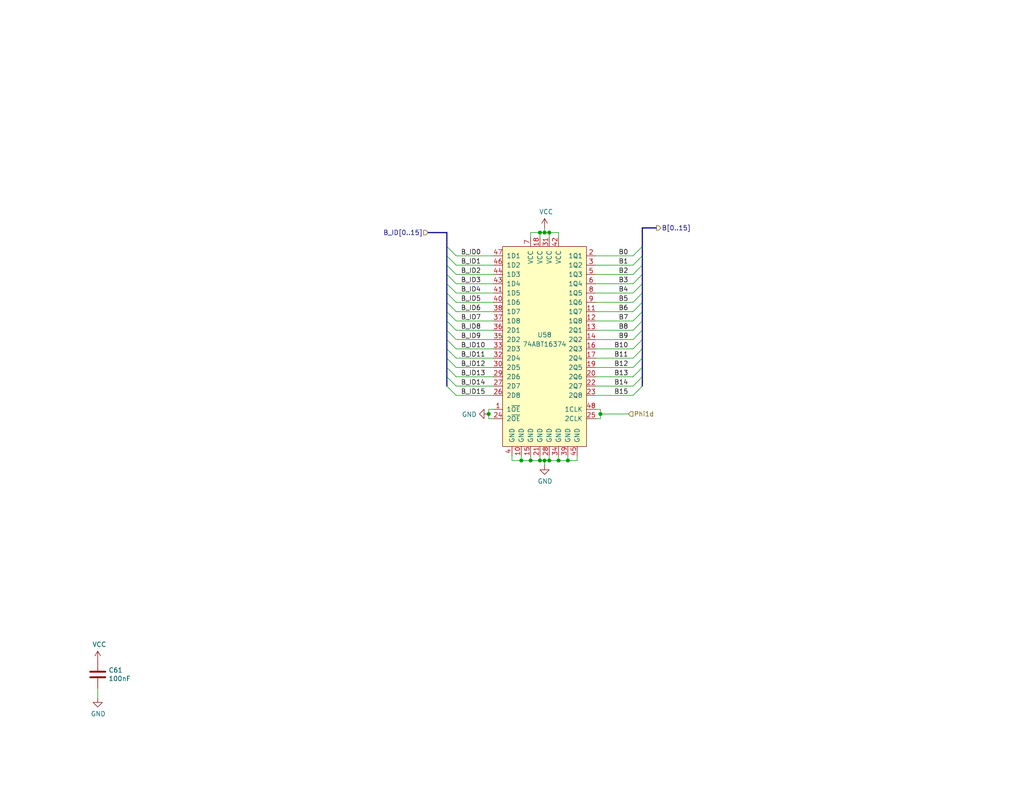
<source format=kicad_sch>
(kicad_sch (version 20230121) (generator eeschema)
  (paper "USLetter")
  (title_block (date "2022-09-25") (rev "C"))
  (lib_symbols
    (symbol "74xx (kicad5):74ABT16374" (pin_names (offset 1.016))
      (property "Reference" "U" (at 0 1.27 0))
      (property "Value" "74ABT16374" (at 0 -1.27 0))
      (symbol "74ABT16374_0_0"
        (pin input line (at -13.97 -20.32 0) (length 2.54) (name "1~{OE}") (number "1"))
        (pin power_in line (at -6.35 -33.02 90) (length 2.54) (name "GND") (number "10"))
        (pin tri_state line (at 13.97 6.35 180) (length 2.54) (name "1Q7") (number "11"))
        (pin tri_state line (at 13.97 3.81 180) (length 2.54) (name "1Q8") (number "12"))
        (pin tri_state line (at 13.97 1.27 180) (length 2.54) (name "2Q1") (number "13"))
        (pin tri_state line (at 13.97 -1.27 180) (length 2.54) (name "2Q2") (number "14"))
        (pin power_in line (at -3.81 -33.02 90) (length 2.54) (name "GND") (number "15"))
        (pin tri_state line (at 13.97 -3.81 180) (length 2.54) (name "2Q3") (number "16"))
        (pin tri_state line (at 13.97 -6.35 180) (length 2.54) (name "2Q4") (number "17"))
        (pin power_in line (at -1.27 26.67 270) (length 2.54) (name "VCC") (number "18"))
        (pin tri_state line (at 13.97 -8.89 180) (length 2.54) (name "2Q5") (number "19"))
        (pin tri_state line (at 13.97 21.59 180) (length 2.54) (name "1Q1") (number "2"))
        (pin tri_state line (at 13.97 -11.43 180) (length 2.54) (name "2Q6") (number "20"))
        (pin power_in line (at -1.27 -33.02 90) (length 2.54) (name "GND") (number "21"))
        (pin tri_state line (at 13.97 -13.97 180) (length 2.54) (name "2Q7") (number "22"))
        (pin tri_state line (at 13.97 -16.51 180) (length 2.54) (name "2Q8") (number "23"))
        (pin input line (at -13.97 -22.86 0) (length 2.54) (name "2~{OE}") (number "24"))
        (pin input line (at 13.97 -22.86 180) (length 2.54) (name "2CLK") (number "25"))
        (pin input line (at -13.97 -16.51 0) (length 2.54) (name "2D8") (number "26"))
        (pin input line (at -13.97 -13.97 0) (length 2.54) (name "2D7") (number "27"))
        (pin power_in line (at 1.27 -33.02 90) (length 2.54) (name "GND") (number "28"))
        (pin input line (at -13.97 -11.43 0) (length 2.54) (name "2D6") (number "29"))
        (pin tri_state line (at 13.97 19.05 180) (length 2.54) (name "1Q2") (number "3"))
        (pin input line (at -13.97 -8.89 0) (length 2.54) (name "2D5") (number "30"))
        (pin power_in line (at 1.27 26.67 270) (length 2.54) (name "VCC") (number "31"))
        (pin input line (at -13.97 -6.35 0) (length 2.54) (name "2D4") (number "32"))
        (pin input line (at -13.97 -3.81 0) (length 2.54) (name "2D3") (number "33"))
        (pin power_in line (at 3.81 -33.02 90) (length 2.54) (name "GND") (number "34"))
        (pin input line (at -13.97 -1.27 0) (length 2.54) (name "2D2") (number "35"))
        (pin input line (at -13.97 1.27 0) (length 2.54) (name "2D1") (number "36"))
        (pin input line (at -13.97 3.81 0) (length 2.54) (name "1D8") (number "37"))
        (pin input line (at -13.97 6.35 0) (length 2.54) (name "1D7") (number "38"))
        (pin power_in line (at 6.35 -33.02 90) (length 2.54) (name "GND") (number "39"))
        (pin power_in line (at -8.89 -33.02 90) (length 2.54) (name "GND") (number "4"))
        (pin input line (at -13.97 8.89 0) (length 2.54) (name "1D6") (number "40"))
        (pin input line (at -13.97 11.43 0) (length 2.54) (name "1D5") (number "41"))
        (pin power_in line (at 3.81 26.67 270) (length 2.54) (name "VCC") (number "42"))
        (pin input line (at -13.97 13.97 0) (length 2.54) (name "1D4") (number "43"))
        (pin input line (at -13.97 16.51 0) (length 2.54) (name "1D3") (number "44"))
        (pin power_in line (at 8.89 -33.02 90) (length 2.54) (name "GND") (number "45"))
        (pin input line (at -13.97 19.05 0) (length 2.54) (name "1D2") (number "46"))
        (pin input line (at -13.97 21.59 0) (length 2.54) (name "1D1") (number "47"))
        (pin input line (at 13.97 -20.32 180) (length 2.54) (name "1CLK") (number "48"))
        (pin tri_state line (at 13.97 16.51 180) (length 2.54) (name "1Q3") (number "5"))
        (pin tri_state line (at 13.97 13.97 180) (length 2.54) (name "1Q4") (number "6"))
        (pin power_in line (at -3.81 26.67 270) (length 2.54) (name "VCC") (number "7"))
        (pin tri_state line (at 13.97 11.43 180) (length 2.54) (name "1Q5") (number "8"))
        (pin tri_state line (at 13.97 8.89 180) (length 2.54) (name "1Q6") (number "9"))
      )
      (symbol "74ABT16374_0_1"
        (rectangle (start -11.43 24.13) (end 11.43 -30.48) (fill (type background)))
      )
    )
    (symbol "Device:C" (pin_numbers hide) (pin_names (offset 0.254))
      (property "Reference" "C" (at 0.635 2.54 0))
      (property "Value" "C" (at 0.635 -2.54 0))
      (symbol "C_0_1"
        (polyline (pts (xy -2.032 -0.762) (xy 2.032 -0.762)) (stroke (width 0.508)))
        (polyline (pts (xy -2.032 0.762) (xy 2.032 0.762)) (stroke (width 0.508)))
      )
      (symbol "C_1_1"
        (pin passive line (at 0 3.81 270) (length 2.794) (name "~") (number "1"))
        (pin passive line (at 0 -3.81 90) (length 2.794) (name "~") (number "2"))
      )
    )
    (symbol "power:GND" (power) (pin_names (offset 0))
      (property "Value" "GND" (at 0 -3.81 0))
      (symbol "GND_0_1"
        (polyline (pts (xy 0 0) (xy 0 -1.27) (xy 1.27 -1.27) (xy 0 -2.54) (xy -1.27 -1.27) (xy 0 -1.27)))
      )
      (symbol "GND_1_1"
        (pin power_in line (at 0 0 270) (length 0) hide (name "GND") (number "1"))
      )
    )
    (symbol "power:VCC" (power) (pin_names (offset 0))
      (property "Value" "VCC" (at 0 3.81 0))
      (symbol "VCC_0_1"
        (polyline (pts (xy -0.762 1.27) (xy 0 2.54)))
        (polyline (pts (xy 0 0) (xy 0 2.54)))
        (polyline (pts (xy 0 2.54) (xy 0.762 1.27)))
      )
      (symbol "VCC_1_1"
        (pin power_in line (at 0 0 90) (length 0) hide (name "VCC") (number "1"))
      )
    )
  )
  (junction (at 152.4 125.73))
  (junction (at 133.35 113.03))
  (junction (at 163.83 113.03))
  (junction (at 149.86 125.73))
  (junction (at 148.59 63.5))
  (junction (at 149.86 63.5))
  (junction (at 144.78 125.73))
  (junction (at 147.32 125.73))
  (junction (at 147.32 63.5))
  (junction (at 142.24 125.73))
  (junction (at 154.94 125.73))
  (junction (at 148.59 125.73))
  (bus_entry (at 175.26 105.41) (size -2.54 2.54))
  (bus_entry (at 121.92 67.31) (size 2.54 2.54))
  (bus_entry (at 175.26 80.01) (size -2.54 2.54))
  (bus_entry (at 175.26 74.93) (size -2.54 2.54))
  (bus_entry (at 121.92 95.25) (size 2.54 2.54))
  (bus_entry (at 121.92 69.85) (size 2.54 2.54))
  (bus_entry (at 175.26 87.63) (size -2.54 2.54))
  (bus_entry (at 175.26 69.85) (size -2.54 2.54))
  (bus_entry (at 175.26 102.87) (size -2.54 2.54))
  (bus_entry (at 121.92 87.63) (size 2.54 2.54))
  (bus_entry (at 121.92 77.47) (size 2.54 2.54))
  (bus_entry (at 175.26 77.47) (size -2.54 2.54))
  (bus_entry (at 121.92 102.87) (size 2.54 2.54))
  (bus_entry (at 121.92 100.33) (size 2.54 2.54))
  (bus_entry (at 121.92 72.39) (size 2.54 2.54))
  (bus_entry (at 121.92 82.55) (size 2.54 2.54))
  (bus_entry (at 175.26 90.17) (size -2.54 2.54))
  (bus_entry (at 175.26 67.31) (size -2.54 2.54))
  (bus_entry (at 121.92 90.17) (size 2.54 2.54))
  (bus_entry (at 175.26 85.09) (size -2.54 2.54))
  (bus_entry (at 121.92 97.79) (size 2.54 2.54))
  (bus_entry (at 121.92 105.41) (size 2.54 2.54))
  (bus_entry (at 175.26 95.25) (size -2.54 2.54))
  (bus_entry (at 175.26 100.33) (size -2.54 2.54))
  (bus_entry (at 175.26 92.71) (size -2.54 2.54))
  (bus_entry (at 175.26 82.55) (size -2.54 2.54))
  (bus_entry (at 175.26 97.79) (size -2.54 2.54))
  (bus_entry (at 121.92 80.01) (size 2.54 2.54))
  (bus_entry (at 175.26 72.39) (size -2.54 2.54))
  (bus_entry (at 121.92 74.93) (size 2.54 2.54))
  (bus_entry (at 121.92 85.09) (size 2.54 2.54))
  (bus_entry (at 121.92 92.71) (size 2.54 2.54))
  (bus (pts (xy 121.92 72.39) (xy 121.92 74.93)))
  (bus (pts (xy 175.26 90.17) (xy 175.26 92.71)))
  (wire (pts (xy 124.46 102.87) (xy 134.62 102.87)))
  (wire (pts (xy 172.72 85.09) (xy 162.56 85.09)))
  (wire (pts (xy 162.56 111.76) (xy 163.83 111.76)))
  (wire (pts (xy 172.72 87.63) (xy 162.56 87.63)))
  (wire (pts (xy 139.7 125.73) (xy 142.24 125.73)))
  (wire (pts (xy 147.32 63.5) (xy 148.59 63.5)))
  (wire (pts (xy 26.67 190.5) (xy 26.67 187.96)))
  (wire (pts (xy 124.46 95.25) (xy 134.62 95.25)))
  (wire (pts (xy 172.72 82.55) (xy 162.56 82.55)))
  (bus (pts (xy 175.26 95.25) (xy 175.26 97.79)))
  (bus (pts (xy 121.92 102.87) (xy 121.92 105.41)))
  (wire (pts (xy 147.32 125.73) (xy 148.59 125.73)))
  (wire (pts (xy 124.46 92.71) (xy 134.62 92.71)))
  (wire (pts (xy 124.46 69.85) (xy 134.62 69.85)))
  (wire (pts (xy 124.46 97.79) (xy 134.62 97.79)))
  (bus (pts (xy 175.26 80.01) (xy 175.26 82.55)))
  (wire (pts (xy 144.78 64.77) (xy 144.78 63.5)))
  (wire (pts (xy 148.59 125.73) (xy 149.86 125.73)))
  (wire (pts (xy 124.46 72.39) (xy 134.62 72.39)))
  (bus (pts (xy 121.92 90.17) (xy 121.92 92.71)))
  (wire (pts (xy 142.24 124.46) (xy 142.24 125.73)))
  (wire (pts (xy 144.78 125.73) (xy 147.32 125.73)))
  (wire (pts (xy 147.32 124.46) (xy 147.32 125.73)))
  (bus (pts (xy 121.92 85.09) (xy 121.92 87.63)))
  (bus (pts (xy 175.26 62.23) (xy 175.26 67.31)))
  (wire (pts (xy 124.46 85.09) (xy 134.62 85.09)))
  (wire (pts (xy 133.35 113.03) (xy 133.35 114.3)))
  (bus (pts (xy 121.92 80.01) (xy 121.92 82.55)))
  (wire (pts (xy 148.59 62.23) (xy 148.59 63.5)))
  (wire (pts (xy 133.35 114.3) (xy 134.62 114.3)))
  (bus (pts (xy 175.26 97.79) (xy 175.26 100.33)))
  (wire (pts (xy 172.72 77.47) (xy 162.56 77.47)))
  (wire (pts (xy 124.46 107.95) (xy 134.62 107.95)))
  (bus (pts (xy 121.92 69.85) (xy 121.92 72.39)))
  (wire (pts (xy 124.46 90.17) (xy 134.62 90.17)))
  (wire (pts (xy 134.62 111.76) (xy 133.35 111.76)))
  (bus (pts (xy 175.26 69.85) (xy 175.26 72.39)))
  (bus (pts (xy 121.92 97.79) (xy 121.92 100.33)))
  (bus (pts (xy 175.26 87.63) (xy 175.26 90.17)))
  (wire (pts (xy 172.72 105.41) (xy 162.56 105.41)))
  (wire (pts (xy 124.46 77.47) (xy 134.62 77.47)))
  (wire (pts (xy 124.46 82.55) (xy 134.62 82.55)))
  (bus (pts (xy 121.92 92.71) (xy 121.92 95.25)))
  (bus (pts (xy 121.92 100.33) (xy 121.92 102.87)))
  (bus (pts (xy 121.92 87.63) (xy 121.92 90.17)))
  (wire (pts (xy 172.72 102.87) (xy 162.56 102.87)))
  (wire (pts (xy 149.86 124.46) (xy 149.86 125.73)))
  (wire (pts (xy 124.46 87.63) (xy 134.62 87.63)))
  (wire (pts (xy 172.72 72.39) (xy 162.56 72.39)))
  (bus (pts (xy 175.26 92.71) (xy 175.26 95.25)))
  (bus (pts (xy 121.92 77.47) (xy 121.92 80.01)))
  (wire (pts (xy 124.46 80.01) (xy 134.62 80.01)))
  (wire (pts (xy 163.83 114.3) (xy 162.56 114.3)))
  (wire (pts (xy 144.78 124.46) (xy 144.78 125.73)))
  (wire (pts (xy 124.46 74.93) (xy 134.62 74.93)))
  (bus (pts (xy 121.92 63.5) (xy 121.92 67.31)))
  (wire (pts (xy 163.83 111.76) (xy 163.83 113.03)))
  (wire (pts (xy 172.72 90.17) (xy 162.56 90.17)))
  (wire (pts (xy 172.72 97.79) (xy 162.56 97.79)))
  (wire (pts (xy 172.72 100.33) (xy 162.56 100.33)))
  (wire (pts (xy 172.72 92.71) (xy 162.56 92.71)))
  (bus (pts (xy 175.26 77.47) (xy 175.26 80.01)))
  (bus (pts (xy 121.92 95.25) (xy 121.92 97.79)))
  (bus (pts (xy 175.26 74.93) (xy 175.26 77.47)))
  (wire (pts (xy 154.94 125.73) (xy 157.48 125.73)))
  (bus (pts (xy 175.26 102.87) (xy 175.26 105.41)))
  (bus (pts (xy 121.92 74.93) (xy 121.92 77.47)))
  (bus (pts (xy 116.84 63.5) (xy 121.92 63.5)))
  (wire (pts (xy 172.72 80.01) (xy 162.56 80.01)))
  (wire (pts (xy 148.59 125.73) (xy 148.59 127)))
  (bus (pts (xy 121.92 82.55) (xy 121.92 85.09)))
  (wire (pts (xy 163.83 113.03) (xy 171.45 113.03)))
  (wire (pts (xy 149.86 63.5) (xy 152.4 63.5)))
  (wire (pts (xy 172.72 95.25) (xy 162.56 95.25)))
  (bus (pts (xy 121.92 67.31) (xy 121.92 69.85)))
  (wire (pts (xy 142.24 125.73) (xy 144.78 125.73)))
  (wire (pts (xy 152.4 63.5) (xy 152.4 64.77)))
  (wire (pts (xy 172.72 69.85) (xy 162.56 69.85)))
  (wire (pts (xy 139.7 124.46) (xy 139.7 125.73)))
  (wire (pts (xy 149.86 64.77) (xy 149.86 63.5)))
  (wire (pts (xy 133.35 111.76) (xy 133.35 113.03)))
  (bus (pts (xy 179.07 62.23) (xy 175.26 62.23)))
  (bus (pts (xy 175.26 100.33) (xy 175.26 102.87)))
  (wire (pts (xy 148.59 63.5) (xy 149.86 63.5)))
  (wire (pts (xy 124.46 105.41) (xy 134.62 105.41)))
  (bus (pts (xy 175.26 82.55) (xy 175.26 85.09)))
  (bus (pts (xy 175.26 67.31) (xy 175.26 69.85)))
  (wire (pts (xy 172.72 107.95) (xy 162.56 107.95)))
  (wire (pts (xy 152.4 124.46) (xy 152.4 125.73)))
  (wire (pts (xy 144.78 63.5) (xy 147.32 63.5)))
  (wire (pts (xy 152.4 125.73) (xy 154.94 125.73)))
  (wire (pts (xy 163.83 113.03) (xy 163.83 114.3)))
  (bus (pts (xy 175.26 72.39) (xy 175.26 74.93)))
  (wire (pts (xy 149.86 125.73) (xy 152.4 125.73)))
  (wire (pts (xy 172.72 74.93) (xy 162.56 74.93)))
  (wire (pts (xy 154.94 124.46) (xy 154.94 125.73)))
  (wire (pts (xy 124.46 100.33) (xy 134.62 100.33)))
  (wire (pts (xy 157.48 125.73) (xy 157.48 124.46)))
  (bus (pts (xy 175.26 85.09) (xy 175.26 87.63)))
  (wire (pts (xy 147.32 64.77) (xy 147.32 63.5)))
  (label "B5" (at 171.45 82.55 180))
  (label "B3" (at 171.45 77.47 180))
  (label "B4" (at 171.45 80.01 180))
  (label "B10" (at 171.45 95.25 180))
  (label "B_ID14" (at 125.73 105.41 0))
  (label "B2" (at 171.45 74.93 180))
  (label "B1" (at 171.45 72.39 180))
  (label "B6" (at 171.45 85.09 180))
  (label "B_ID9" (at 125.73 92.71 0))
  (label "B_ID0" (at 125.73 69.85 0))
  (label "B8" (at 171.45 90.17 180))
  (label "B15" (at 171.45 107.95 180))
  (label "B_ID7" (at 125.73 87.63 0))
  (label "B_ID11" (at 125.73 97.79 0))
  (label "B_ID2" (at 125.73 74.93 0))
  (label "B_ID3" (at 125.73 77.47 0))
  (label "B12" (at 171.45 100.33 180))
  (label "B_ID15" (at 125.73 107.95 0))
  (label "B_ID5" (at 125.73 82.55 0))
  (label "B14" (at 171.45 105.41 180))
  (label "B_ID1" (at 125.73 72.39 0))
  (label "B_ID13" (at 125.73 102.87 0))
  (label "B_ID4" (at 125.73 80.01 0))
  (label "B11" (at 171.45 97.79 180))
  (label "B13" (at 171.45 102.87 180))
  (label "B0" (at 171.45 69.85 180))
  (label "B_ID6" (at 125.73 85.09 0))
  (label "B7" (at 171.45 87.63 180))
  (label "B9" (at 171.45 92.71 180))
  (label "B_ID12" (at 125.73 100.33 0))
  (label "B_ID8" (at 125.73 90.17 0))
  (label "B_ID10" (at 125.73 95.25 0))
  (hierarchical_label "B_ID[0..15]" (shape input) (at 116.84 63.5 180))
  (hierarchical_label "Phi1d" (shape input) (at 171.45 113.03 0))
  (hierarchical_label "B[0..15]" (shape output) (at 179.07 62.23 0))
  (symbol (lib_id "Device:C") (at 26.67 184.15 0) (unit 1)
    (property "Reference" "C61" (at 29.591 182.9816 0) (effects (justify left)))
    (property "Value" "100nF" (at 29.591 185.293 0) (effects (justify left)))
    (property "Footprint" "Capacitor_SMD:C_0603_1608Metric_Pad1.08x0.95mm_HandSolder" (effects hide))
    (property "Mouser" "https://www.mouser.com/ProductDetail/963-EMK107B7104KAHT" (effects hide))
  )
  (symbol (lib_id "power:VCC") (at 26.67 180.34 0) (unit 1)
    (property "Reference" "#PWR0311" (effects hide))
    (property "Value" "VCC" (at 27.1018 175.9458 0))
  )
  (symbol (lib_id "power:GND") (at 26.67 190.5 0) (unit 1)
    (property "Reference" "#PWR0312" (effects hide))
    (property "Value" "GND" (at 26.797 194.8942 0))
  )
  (symbol (lib_id "power:GND") (at 133.35 113.03 270) (unit 1)
    (property "Reference" "#PWR0313" (effects hide))
    (property "Value" "GND" (at 130.0988 113.157 90) (effects (justify right)))
  )
  (symbol (lib_id "power:VCC") (at 148.59 62.23 0) (unit 1)
    (property "Reference" "#PWR0314" (effects hide))
    (property "Value" "VCC" (at 149.0218 57.8358 0))
  )
  (symbol (lib_id "power:GND") (at 148.59 127 0) (unit 1)
    (property "Reference" "#PWR0315" (effects hide))
    (property "Value" "GND" (at 148.717 131.3942 0))
  )
  (symbol (lib_id "74xx (kicad5):74ABT16374") (at 148.59 91.44 0) (unit 1)
    (property "Reference" "U58" (at 148.59 91.44 0))
    (property "Value" "74ABT16374" (at 148.59 93.98 0))
    (property "Footprint" "Package_SO:TSSOP-48_6.1x12.5mm_P0.5mm" (effects hide))
    (property "Datasheet" "https://www.ti.com/lit/ds/symlink/sn74abt16374a.pdf?HQS=dis-mous-null-mousermode-dsf-pf-null-wwe&ts=1617318801237" (effects hide))
    (property "Mouser" "https://www.mouser.com/ProductDetail/Texas-Instruments/SN74ABT16374ADGGR?qs=%2Fha2pyFadui8Wf%2F61v2joCyY9bOa3peBR5btn0VUHs8%3D" (effects hide))
  )
)
</source>
